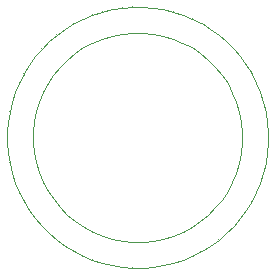
<source format=gko>
G04*
G04 #@! TF.GenerationSoftware,Altium Limited,Altium Designer,19.1.5 (86)*
G04*
G04 Layer_Color=16711935*
%FSAX25Y25*%
%MOIN*%
G70*
G01*
G75*
%ADD14C,0.00394*%
%ADD15C,0.00394*%
D14*
X0190478Y0181266D02*
G03*
X0190471Y0181280I-0000175J-0000089D01*
G01*
X0188692Y0184182D02*
G03*
X0188684Y0184195I-0000168J-0000103D01*
G01*
X0190479Y0181265D02*
G03*
X0190471Y0181280I-0000176J-0000088D01*
G01*
X0186684Y0186948D02*
G03*
X0186674Y0186960I-0000159J-0000116D01*
G01*
X0188692Y0184182D02*
G03*
X0188684Y0184195I-0000168J-0000103D01*
G01*
X0193337Y0175062D02*
G03*
X0193332Y0175076I-0000187J-0000061D01*
G01*
X0193337Y0175061D02*
G03*
X0193337Y0175062I-0000187J-0000060D01*
G01*
X0193337Y0175062D02*
G03*
X0193332Y0175076I-0000187J-0000061D01*
G01*
X0194389Y0171825D02*
G03*
X0194389Y0171826I-0000187J-0000060D01*
G01*
X0194393Y0171810D02*
G03*
X0194389Y0171825I-0000192J-0000046D01*
G01*
X0192030Y0178220D02*
G03*
X0192023Y0178234I-0000182J-0000075D01*
G01*
X0192030Y0178220D02*
G03*
X0192022Y0178236I-0000182J-0000075D01*
G01*
X0184464Y0189548D02*
G03*
X0184453Y0189559I-0000149J-0000128D01*
G01*
X0184464Y0189547D02*
G03*
X0184464Y0189548I-0000150J-0000128D01*
G01*
X0184464Y0189548D02*
G03*
X0184452Y0189560I-0000150J-0000128D01*
G01*
X0186674Y0186959D02*
G03*
X0186674Y0186960I-0000150J-0000128D01*
G01*
X0186684Y0186948D02*
G03*
X0186674Y0186959I-0000159J-0000116D01*
G01*
X0182048Y0191964D02*
G03*
X0182036Y0191976I-0000140J-0000138D01*
G01*
X0195190Y0168486D02*
G03*
X0195187Y0168501I-0000195J-0000031D01*
G01*
X0195725Y0165109D02*
G03*
X0195723Y0165125I-0000196J-0000014D01*
G01*
X0195725Y0165110D02*
G03*
X0195723Y0165125I-0000196J-0000015D01*
G01*
X0194393Y0171810D02*
G03*
X0194389Y0171825I-0000192J-0000046D01*
G01*
X0195190Y0168486D02*
G03*
X0195187Y0168501I-0000195J-0000031D01*
G01*
X0195992Y0161702D02*
G03*
X0195992Y0161717I-0000197J0000000D01*
G01*
X0195992Y0161702D02*
G03*
X0195992Y0161718I-0000197J0000000D01*
G01*
X0187370Y0160000D02*
G03*
X0187370Y0159995I0000197J0000000D01*
G01*
X0187370Y0160000D02*
G03*
X0187370Y0159995I0000197J0000000D01*
G01*
X0167564Y0200844D02*
G03*
X0167550Y0200849I-0000075J-0000182D01*
G01*
X0170724Y0199534D02*
G03*
X0170709Y0199541I-0000091J-0000175D01*
G01*
X0170722Y0199535D02*
G03*
X0170709Y0199541I-0000089J-0000175D01*
G01*
X0164313Y0201901D02*
G03*
X0164298Y0201905I-0000060J-0000187D01*
G01*
X0164314Y0201900D02*
G03*
X0164313Y0201901I-0000061J-0000187D01*
G01*
X0164313Y0201901D02*
G03*
X0164298Y0201905I-0000061J-0000187D01*
G01*
X0167551Y0200849D02*
G03*
X0167549Y0200849I-0000061J-0000187D01*
G01*
X0167564Y0200844D02*
G03*
X0167551Y0200849I-0000075J-0000182D01*
G01*
X0176683Y0196196D02*
G03*
X0176670Y0196204I-0000116J-0000159D01*
G01*
X0176683Y0196196D02*
G03*
X0176670Y0196204I-0000116J-0000159D01*
G01*
X0173768Y0197982D02*
G03*
X0173753Y0197991I-0000103J-0000168D01*
G01*
X0173768Y0197982D02*
G03*
X0173755Y0197990I-0000103J-0000168D01*
G01*
X0157613Y0203235D02*
G03*
X0157598Y0203236I-0000031J-0000195D01*
G01*
X0160989Y0202699D02*
G03*
X0160974Y0202702I-0000046J-0000192D01*
G01*
X0160989Y0202699D02*
G03*
X0160974Y0202702I-0000046J-0000192D01*
G01*
X0154206Y0203503D02*
G03*
X0154190Y0203504I-0000017J-0000196D01*
G01*
X0154205Y0203503D02*
G03*
X0154190Y0203504I-0000015J-0000196D01*
G01*
X0157613Y0203235D02*
G03*
X0157597Y0203237I-0000031J-0000195D01*
G01*
X0179447Y0194186D02*
G03*
X0179436Y0194195I-0000128J-0000150D01*
G01*
X0179448Y0194185D02*
G03*
X0179447Y0194186I-0000128J-0000149D01*
G01*
X0179448Y0194186D02*
G03*
X0179436Y0194195I-0000128J-0000150D01*
G01*
X0182036Y0191975D02*
G03*
X0182035Y0191976I-0000128J-0000149D01*
G01*
X0182047Y0191965D02*
G03*
X0182036Y0191975I-0000139J-0000139D01*
G01*
X0195992Y0158283D02*
G03*
X0195992Y0158299I-0000196J0000015D01*
G01*
X0195992Y0158282D02*
G03*
X0195992Y0158299I-0000196J0000017D01*
G01*
X0195723Y0154875D02*
G03*
X0195725Y0154892I-0000195J0000031D01*
G01*
X0195723Y0154875D02*
G03*
X0195725Y0154890I-0000195J0000031D01*
G01*
X0195187Y0151499D02*
G03*
X0195190Y0151514I-0000192J0000046D01*
G01*
X0195187Y0151499D02*
G03*
X0195190Y0151514I-0000192J0000046D01*
G01*
X0194389Y0148175D02*
G03*
X0194393Y0148190I-0000187J0000061D01*
G01*
X0194389Y0148175D02*
G03*
X0194393Y0148190I-0000187J0000060D01*
G01*
X0194389Y0148174D02*
G03*
X0194389Y0148175I-0000187J0000061D01*
G01*
X0193332Y0144924D02*
G03*
X0193337Y0144938I-0000182J0000075D01*
G01*
X0193337Y0144938D02*
G03*
X0193337Y0144939I-0000187J0000061D01*
G01*
X0193332Y0144924D02*
G03*
X0193337Y0144938I-0000182J0000075D01*
G01*
X0192023Y0141766D02*
G03*
X0192030Y0141780I-0000175J0000089D01*
G01*
X0192022Y0141764D02*
G03*
X0192030Y0141780I-0000175J0000091D01*
G01*
X0190471Y0138720D02*
G03*
X0190479Y0138735I-0000168J0000103D01*
G01*
X0190471Y0138720D02*
G03*
X0190478Y0138733I-0000168J0000103D01*
G01*
X0188684Y0135805D02*
G03*
X0188692Y0135818I-0000159J0000116D01*
G01*
X0188684Y0135805D02*
G03*
X0188692Y0135818I-0000159J0000116D01*
G01*
X0186674Y0133040D02*
G03*
X0186684Y0133052I-0000150J0000128D01*
G01*
X0186674Y0133041D02*
G03*
X0186684Y0133052I-0000150J0000128D01*
G01*
X0186674Y0133040D02*
G03*
X0186674Y0133041I-0000149J0000128D01*
G01*
X0184464Y0130452D02*
G03*
X0184464Y0130453I-0000149J0000128D01*
G01*
X0184453Y0130441D02*
G03*
X0184464Y0130452I-0000139J0000139D01*
G01*
X0184452Y0130440D02*
G03*
X0184464Y0130453I-0000138J0000140D01*
G01*
X0182036Y0128024D02*
G03*
X0182048Y0128036I-0000128J0000150D01*
G01*
X0182036Y0128025D02*
G03*
X0182047Y0128035I-0000128J0000149D01*
G01*
X0182035Y0128024D02*
G03*
X0182036Y0128025I-0000128J0000150D01*
G01*
X0179447Y0125814D02*
G03*
X0179448Y0125814I-0000128J0000150D01*
G01*
X0179436Y0125805D02*
G03*
X0179447Y0125814I-0000116J0000159D01*
G01*
X0179436Y0125805D02*
G03*
X0179448Y0125814I-0000116J0000159D01*
G01*
X0176670Y0123796D02*
G03*
X0176683Y0123804I-0000103J0000168D01*
G01*
X0176670Y0123796D02*
G03*
X0176683Y0123804I-0000103J0000168D01*
G01*
X0173755Y0122010D02*
G03*
X0173768Y0122018I-0000089J0000175D01*
G01*
X0173753Y0122010D02*
G03*
X0173768Y0122018I-0000088J0000176D01*
G01*
X0170709Y0120459D02*
G03*
X0170724Y0120466I-0000075J0000182D01*
G01*
X0170709Y0120459D02*
G03*
X0170722Y0120465I-0000075J0000182D01*
G01*
X0167550Y0119151D02*
G03*
X0167564Y0119156I-0000061J0000187D01*
G01*
X0167551Y0119151D02*
G03*
X0167564Y0119156I-0000061J0000187D01*
G01*
X0167549Y0119151D02*
G03*
X0167551Y0119151I-0000060J0000187D01*
G01*
X0164313Y0118099D02*
G03*
X0164314Y0118100I-0000060J0000187D01*
G01*
X0164298Y0118095D02*
G03*
X0164313Y0118099I-0000046J0000192D01*
G01*
X0164298Y0118095D02*
G03*
X0164313Y0118099I-0000046J0000192D01*
G01*
X0160974Y0117298D02*
G03*
X0160989Y0117301I-0000031J0000195D01*
G01*
X0160974Y0117298D02*
G03*
X0160989Y0117301I-0000031J0000195D01*
G01*
X0157598Y0116764D02*
G03*
X0157613Y0116765I-0000015J0000196D01*
G01*
X0157597Y0116763D02*
G03*
X0157613Y0116765I-0000014J0000196D01*
G01*
X0154190Y0116496D02*
G03*
X0154206Y0116497I0000000J0000197D01*
G01*
X0154190Y0116496D02*
G03*
X0154205Y0116497I0000000J0000197D01*
G01*
X0150787Y0203504D02*
G03*
X0150771Y0203503I0000000J-0000197D01*
G01*
X0150787Y0203504D02*
G03*
X0150770Y0203503I0000000J-0000197D01*
G01*
X0147380Y0203237D02*
G03*
X0147363Y0203235I0000014J-0000196D01*
G01*
X0147379Y0203236D02*
G03*
X0147363Y0203235I0000015J-0000196D01*
G01*
X0144002Y0202702D02*
G03*
X0143987Y0202699I0000031J-0000195D01*
G01*
X0144002Y0202702D02*
G03*
X0143987Y0202699I0000031J-0000195D01*
G01*
X0140678Y0201905D02*
G03*
X0140663Y0201901I0000046J-0000192D01*
G01*
X0140664Y0201901D02*
G03*
X0140662Y0201900I0000060J-0000187D01*
G01*
X0140678Y0201905D02*
G03*
X0140664Y0201901I0000046J-0000192D01*
G01*
X0137426Y0200849D02*
G03*
X0137412Y0200844I0000061J-0000187D01*
G01*
X0137427Y0200849D02*
G03*
X0137426Y0200849I0000060J-0000187D01*
G01*
X0137426Y0200849D02*
G03*
X0137412Y0200844I0000061J-0000187D01*
G01*
X0134268Y0199541D02*
G03*
X0134254Y0199535I0000075J-0000182D01*
G01*
X0134268Y0199541D02*
G03*
X0134253Y0199534I0000075J-0000182D01*
G01*
X0131223Y0197991D02*
G03*
X0131208Y0197982I0000088J-0000176D01*
G01*
X0131222Y0197990D02*
G03*
X0131208Y0197982I0000089J-0000175D01*
G01*
X0128307Y0196204D02*
G03*
X0128294Y0196196I0000103J-0000168D01*
G01*
X0128307Y0196204D02*
G03*
X0128294Y0196196I0000103J-0000168D01*
G01*
X0152252Y0194882D02*
G03*
X0152255Y0194882I0000000J0000197D01*
G01*
X0152252Y0194882D02*
G03*
X0152255Y0194882I0000000J0000197D01*
G01*
X0125541Y0194195D02*
G03*
X0125528Y0194186I0000116J-0000159D01*
G01*
X0125529Y0194186D02*
G03*
X0125528Y0194185I0000128J-0000150D01*
G01*
X0125541Y0194195D02*
G03*
X0125529Y0194186I0000116J-0000159D01*
G01*
X0122940Y0191975D02*
G03*
X0122929Y0191965I0000128J-0000149D01*
G01*
X0122941Y0191976D02*
G03*
X0122940Y0191975I0000128J-0000150D01*
G01*
X0122941Y0191976D02*
G03*
X0122928Y0191964I0000128J-0000150D01*
G01*
X0120524Y0189560D02*
G03*
X0120512Y0189548I0000138J-0000140D01*
G01*
X0120513Y0189548D02*
G03*
X0120512Y0189547I0000149J-0000128D01*
G01*
X0120523Y0189559D02*
G03*
X0120513Y0189548I0000139J-0000139D01*
G01*
X0118302Y0186959D02*
G03*
X0118293Y0186948I0000150J-0000128D01*
G01*
X0118303Y0186960D02*
G03*
X0118302Y0186959I0000149J-0000128D01*
G01*
X0118302Y0186960D02*
G03*
X0118293Y0186948I0000150J-0000128D01*
G01*
X0116293Y0184195D02*
G03*
X0116284Y0184182I0000159J-0000116D01*
G01*
X0116293Y0184195D02*
G03*
X0116284Y0184182I0000159J-0000116D01*
G01*
X0114506Y0181280D02*
G03*
X0114498Y0181266I0000168J-0000103D01*
G01*
X0114506Y0181280D02*
G03*
X0114498Y0181265I0000168J-0000103D01*
G01*
X0112954Y0178236D02*
G03*
X0112947Y0178220I0000175J-0000091D01*
G01*
X0112953Y0178234D02*
G03*
X0112947Y0178220I0000175J-0000089D01*
G01*
X0111644Y0175076D02*
G03*
X0111639Y0175062I0000182J-0000075D01*
G01*
X0111639Y0175062D02*
G03*
X0111639Y0175061I0000187J-0000061D01*
G01*
X0111644Y0175076D02*
G03*
X0111639Y0175062I0000182J-0000075D01*
G01*
X0110587Y0171825D02*
G03*
X0110583Y0171810I0000187J-0000060D01*
G01*
X0110588Y0171826D02*
G03*
X0110587Y0171825I0000187J-0000061D01*
G01*
X0110588Y0171825D02*
G03*
X0110583Y0171810I0000187J-0000061D01*
G01*
X0109789Y0168501D02*
G03*
X0109786Y0168486I0000192J-0000046D01*
G01*
X0109789Y0168501D02*
G03*
X0109786Y0168486I0000192J-0000046D01*
G01*
X0109254Y0165125D02*
G03*
X0109252Y0165110I0000195J-0000031D01*
G01*
X0109254Y0165125D02*
G03*
X0109252Y0165109I0000195J-0000031D01*
G01*
X0108985Y0161718D02*
G03*
X0108984Y0161702I0000196J-0000017D01*
G01*
X0108985Y0161717D02*
G03*
X0108984Y0161702I0000196J-0000015D01*
G01*
X0125529Y0125814D02*
G03*
X0125541Y0125805I0000128J0000150D01*
G01*
X0125528Y0125814D02*
G03*
X0125529Y0125814I0000128J0000149D01*
G01*
X0125528Y0125814D02*
G03*
X0125541Y0125805I0000128J0000150D01*
G01*
X0143987Y0117301D02*
G03*
X0144002Y0117298I0000046J0000192D01*
G01*
X0143987Y0117301D02*
G03*
X0144002Y0117298I0000046J0000192D01*
G01*
X0150770Y0116497D02*
G03*
X0150787Y0116496I0000017J0000196D01*
G01*
X0150771Y0116497D02*
G03*
X0150787Y0116496I0000015J0000196D01*
G01*
X0147363Y0116765D02*
G03*
X0147379Y0116764I0000031J0000195D01*
G01*
X0147363Y0116765D02*
G03*
X0147380Y0116763I0000031J0000195D01*
G01*
X0131208Y0122018D02*
G03*
X0131223Y0122010I0000103J0000168D01*
G01*
X0134253Y0120466D02*
G03*
X0134268Y0120459I0000091J0000175D01*
G01*
X0128294Y0123804D02*
G03*
X0128307Y0123796I0000116J0000159D01*
G01*
X0131208Y0122018D02*
G03*
X0131222Y0122010I0000103J0000168D01*
G01*
X0128294Y0123804D02*
G03*
X0128307Y0123796I0000116J0000159D01*
G01*
X0140664Y0118099D02*
G03*
X0140678Y0118095I0000060J0000187D01*
G01*
X0140662Y0118100D02*
G03*
X0140664Y0118099I0000061J0000187D01*
G01*
X0140663Y0118099D02*
G03*
X0140678Y0118095I0000061J0000187D01*
G01*
X0134254Y0120465D02*
G03*
X0134268Y0120459I0000089J0000175D01*
G01*
X0137426Y0119151D02*
G03*
X0137427Y0119151I0000061J0000187D01*
G01*
X0137412Y0119156D02*
G03*
X0137426Y0119151I0000075J0000182D01*
G01*
X0137412Y0119156D02*
G03*
X0137426Y0119151I0000075J0000182D01*
G01*
X0109252Y0154892D02*
G03*
X0109254Y0154875I0000196J0000014D01*
G01*
X0108984Y0158299D02*
G03*
X0108985Y0158282I0000197J0000000D01*
G01*
X0108984Y0158299D02*
G03*
X0108985Y0158283I0000197J0000000D01*
G01*
X0110583Y0148190D02*
G03*
X0110588Y0148175I0000192J0000046D01*
G01*
X0110587Y0148175D02*
G03*
X0110588Y0148174I0000187J0000060D01*
G01*
X0110583Y0148190D02*
G03*
X0110587Y0148175I0000192J0000046D01*
G01*
X0109252Y0154890D02*
G03*
X0109254Y0154875I0000196J0000015D01*
G01*
X0109786Y0151514D02*
G03*
X0109789Y0151499I0000195J0000031D01*
G01*
X0109786Y0151514D02*
G03*
X0109789Y0151499I0000195J0000031D01*
G01*
X0122928Y0128036D02*
G03*
X0122941Y0128024I0000140J0000138D01*
G01*
X0122940Y0128025D02*
G03*
X0122941Y0128024I0000128J0000149D01*
G01*
X0122929Y0128035D02*
G03*
X0122940Y0128025I0000139J0000139D01*
G01*
X0120513Y0130452D02*
G03*
X0120523Y0130441I0000149J0000128D01*
G01*
X0120512Y0130453D02*
G03*
X0120513Y0130452I0000150J0000128D01*
G01*
X0120512Y0130453D02*
G03*
X0120524Y0130440I0000150J0000128D01*
G01*
X0112947Y0141780D02*
G03*
X0112954Y0141764I0000182J0000075D01*
G01*
X0111639Y0144938D02*
G03*
X0111644Y0144924I0000187J0000061D01*
G01*
X0111639Y0144939D02*
G03*
X0111639Y0144938I0000187J0000060D01*
G01*
X0112947Y0141780D02*
G03*
X0112953Y0141766I0000182J0000075D01*
G01*
X0111639Y0144938D02*
G03*
X0111644Y0144924I0000187J0000061D01*
G01*
X0118302Y0133041D02*
G03*
X0118303Y0133040I0000150J0000128D01*
G01*
X0118293Y0133052D02*
G03*
X0118302Y0133041I0000159J0000116D01*
G01*
X0118293Y0133052D02*
G03*
X0118302Y0133040I0000159J0000116D01*
G01*
X0114498Y0138733D02*
G03*
X0114506Y0138720I0000175J0000089D01*
G01*
X0114498Y0138735D02*
G03*
X0114506Y0138720I0000176J0000088D01*
G01*
X0116284Y0135818D02*
G03*
X0116293Y0135805I0000168J0000103D01*
G01*
X0116284Y0135818D02*
G03*
X0116293Y0135805I0000168J0000103D01*
G01*
X0188692Y0184182D02*
X0190471Y0181280D01*
X0190478Y0181266D02*
X0190479Y0181265D01*
X0192022Y0178236D01*
X0192023Y0178234D01*
X0186684Y0186948D02*
X0188684Y0184195D01*
X0193337Y0175062D02*
X0193337Y0175062D01*
X0193337Y0175061D01*
X0194389Y0171826D01*
X0194389Y0171825D01*
X0194389Y0171825D01*
X0192030Y0178220D02*
X0193332Y0175076D01*
X0184464Y0189548D02*
X0184464Y0189548D01*
X0184464Y0189547D01*
X0186674Y0186960D01*
X0186674Y0186960D01*
X0186674Y0186959D01*
X0182047Y0191965D02*
X0182048Y0191964D01*
X0184452Y0189560D01*
X0184453Y0189559D01*
X0184059Y0174932D02*
X0185371Y0171765D01*
X0180539Y0180804D02*
X0182443Y0177954D01*
X0184059Y0174932D01*
X0195190Y0168486D02*
X0195723Y0165125D01*
X0194393Y0171810D02*
X0195187Y0168501D01*
X0195992Y0160000D02*
Y0161702D01*
Y0158299D02*
Y0160000D01*
X0195725Y0165110D02*
X0195725Y0165109D01*
X0195992Y0161718D01*
X0195992Y0161717D01*
X0186365Y0168486D02*
X0187034Y0165124D01*
X0185371Y0171765D02*
X0186365Y0168486D01*
X0187370Y0160000D02*
X0187370Y0161714D01*
X0187034Y0165124D02*
X0187370Y0161714D01*
X0167564Y0200844D02*
X0170709Y0199541D01*
X0167550Y0200849D02*
X0167551Y0200849D01*
X0167549Y0200849D02*
X0167550Y0200849D01*
X0164314Y0201900D02*
X0167549Y0200849D01*
X0164313Y0201901D02*
X0164314Y0201900D01*
X0164313Y0201901D02*
X0164313Y0201901D01*
X0173768Y0197982D02*
X0176670Y0196204D01*
X0176683Y0196196D02*
X0179436Y0194195D01*
X0173753Y0197991D02*
X0173755Y0197990D01*
X0170724Y0199534D02*
X0173753Y0197991D01*
X0170722Y0199535D02*
X0170724Y0199534D01*
X0157613Y0203235D02*
X0160974Y0202702D01*
X0157597Y0203237D02*
X0157598Y0203236D01*
X0154206Y0203503D02*
X0157597Y0203237D01*
X0154205Y0203503D02*
X0154206Y0203503D01*
X0160989Y0202699D02*
X0164298Y0201905D01*
X0182036Y0191976D02*
X0182036Y0191975D01*
X0182035Y0191976D02*
X0182036Y0191976D01*
X0179448Y0194185D02*
X0182035Y0191976D01*
X0179448Y0194186D02*
X0179448Y0194185D01*
X0179447Y0194186D02*
X0179448Y0194186D01*
X0178365Y0183453D02*
X0180539Y0180804D01*
X0173292Y0188051D02*
X0175942Y0185877D01*
X0178365Y0183453D01*
X0160974Y0193877D02*
X0164254Y0192882D01*
X0154202Y0194882D02*
X0157613Y0194546D01*
X0152488Y0194882D02*
X0154202Y0194882D01*
X0157613Y0194546D02*
X0160974Y0193877D01*
X0170443Y0189955D02*
X0173292Y0188051D01*
X0164254Y0192882D02*
X0167420Y0191571D01*
X0170443Y0189955D01*
X0195992Y0158282D02*
X0195992Y0158283D01*
X0195725Y0154892D02*
X0195992Y0158282D01*
X0195725Y0154890D02*
X0195725Y0154892D01*
X0195190Y0151514D02*
X0195723Y0154875D01*
X0194393Y0148190D02*
X0195187Y0151499D01*
X0194389Y0148175D02*
X0194389Y0148175D01*
X0194389Y0148174D02*
X0194389Y0148175D01*
X0193337Y0144939D02*
X0194389Y0148174D01*
X0193337Y0144938D02*
X0193337Y0144939D01*
X0193337Y0144938D02*
X0193337Y0144938D01*
X0187370Y0159995D02*
Y0160000D01*
Y0159995D02*
X0187370Y0158292D01*
X0187035Y0154893D02*
X0187370Y0158292D01*
X0186369Y0151543D02*
X0187035Y0154893D01*
X0185377Y0148274D02*
X0186369Y0151543D01*
X0184070Y0145118D02*
X0185377Y0148274D01*
X0182460Y0142106D02*
X0184070Y0145118D01*
X0192030Y0141780D02*
X0193332Y0144924D01*
X0192022Y0141764D02*
X0192023Y0141766D01*
X0190479Y0138735D02*
X0192022Y0141764D01*
X0190478Y0138733D02*
X0190479Y0138735D01*
X0188692Y0135818D02*
X0190471Y0138720D01*
X0186684Y0133052D02*
X0188684Y0135805D01*
X0186674Y0133040D02*
X0186674Y0133041D01*
X0186674Y0133040D02*
X0186674Y0133040D01*
X0184464Y0130453D02*
X0186674Y0133040D01*
X0184464Y0130453D02*
X0184464Y0130453D01*
X0184464Y0130452D02*
X0184464Y0130453D01*
X0180562Y0139266D02*
X0182460Y0142106D01*
X0178396Y0136626D02*
X0180562Y0139266D01*
X0184452Y0130440D02*
X0184453Y0130441D01*
X0182048Y0128036D02*
X0184452Y0130440D01*
X0182047Y0128035D02*
X0182048Y0128036D01*
X0182036Y0128024D02*
X0182036Y0128025D01*
X0182035Y0128024D02*
X0182036Y0128024D01*
X0179448Y0125814D02*
X0182035Y0128024D01*
X0179448Y0125814D02*
X0179448Y0125814D01*
X0179447Y0125814D02*
X0179448Y0125814D01*
X0176683Y0123804D02*
X0179436Y0125805D01*
X0175980Y0134211D02*
X0178396Y0136626D01*
X0173340Y0132044D02*
X0175980Y0134211D01*
X0170500Y0130146D02*
X0173340Y0132044D01*
X0167488Y0128536D02*
X0170500Y0130146D01*
X0164332Y0127229D02*
X0167488Y0128536D01*
X0161063Y0126237D02*
X0164332Y0127229D01*
X0157713Y0125571D02*
X0161063Y0126237D01*
X0152606Y0125236D02*
X0152606D01*
X0152606D02*
X0152606D01*
X0152606D02*
X0152606D01*
X0154314Y0125236D02*
X0157713Y0125571D01*
X0152606Y0125236D02*
X0152606D01*
X0152606D02*
X0154314Y0125236D01*
X0152606Y0125236D02*
X0152606D01*
X0173768Y0122018D02*
X0176670Y0123796D01*
X0173753Y0122010D02*
X0173755Y0122010D01*
X0170724Y0120466D02*
X0173753Y0122010D01*
X0170722Y0120465D02*
X0170724Y0120466D01*
X0167564Y0119156D02*
X0170709Y0120459D01*
X0167550Y0119151D02*
X0167551Y0119151D01*
X0167549Y0119151D02*
X0167550Y0119151D01*
X0164314Y0118100D02*
X0167549Y0119151D01*
X0164313Y0118099D02*
X0164314Y0118100D01*
X0164313Y0118099D02*
X0164313Y0118099D01*
X0160989Y0117301D02*
X0164298Y0118095D01*
X0157613Y0116765D02*
X0160974Y0117298D01*
X0157597Y0116763D02*
X0157598Y0116764D01*
X0154206Y0116497D02*
X0157597Y0116763D01*
X0154205Y0116497D02*
X0154206Y0116497D01*
X0150787Y0203504D02*
X0154190D01*
X0150770Y0203503D02*
X0150771Y0203503D01*
X0147380Y0203237D02*
X0150770Y0203503D01*
X0147379Y0203236D02*
X0147380Y0203237D01*
X0144002Y0202702D02*
X0147363Y0203235D01*
X0140678Y0201905D02*
X0143987Y0202699D01*
X0140663Y0201901D02*
X0140664Y0201901D01*
X0140662Y0201900D02*
X0140663Y0201901D01*
X0137427Y0200849D02*
X0140662Y0201900D01*
X0137426Y0200849D02*
X0137427Y0200849D01*
X0137426Y0200849D02*
X0137426Y0200849D01*
X0134268Y0199541D02*
X0137412Y0200844D01*
X0134253Y0199534D02*
X0134254Y0199535D01*
X0131223Y0197991D02*
X0134253Y0199534D01*
X0131222Y0197990D02*
X0131223Y0197991D01*
X0128307Y0196204D02*
X0131208Y0197982D01*
X0125541Y0194195D02*
X0128294Y0196196D01*
X0152255Y0194882D02*
X0152488Y0194882D01*
X0152252Y0194882D02*
X0152255D01*
X0150550Y0194882D02*
X0152252Y0194882D01*
X0147162Y0194548D02*
X0150550Y0194882D01*
X0143824Y0193884D02*
X0147162Y0194548D01*
X0140566Y0192896D02*
X0143824Y0193884D01*
X0137421Y0191593D02*
X0140566Y0192896D01*
X0134419Y0189989D02*
X0137421Y0191593D01*
X0131589Y0188097D02*
X0134419Y0189989D01*
X0128957Y0185938D02*
X0131589Y0188097D01*
X0126550Y0183531D02*
X0128957Y0185938D01*
X0125528Y0194186D02*
X0125529Y0194186D01*
X0125528Y0194185D02*
X0125528Y0194186D01*
X0122941Y0191976D02*
X0125528Y0194185D01*
X0122941Y0191976D02*
X0122941Y0191976D01*
X0122940Y0191975D02*
X0122941Y0191976D01*
X0122928Y0191964D02*
X0122929Y0191965D01*
X0120524Y0189560D02*
X0122928Y0191964D01*
X0120523Y0189559D02*
X0120524Y0189560D01*
X0124391Y0180900D02*
X0126550Y0183531D01*
X0122500Y0178069D02*
X0124391Y0180900D01*
X0120895Y0175067D02*
X0122500Y0178069D01*
X0120512Y0189548D02*
X0120513Y0189548D01*
X0120512Y0189547D02*
X0120512Y0189548D01*
X0118303Y0186960D02*
X0120512Y0189547D01*
X0118302Y0186960D02*
X0118303Y0186960D01*
X0118302Y0186959D02*
X0118302Y0186960D01*
X0116293Y0184195D02*
X0118293Y0186948D01*
X0114506Y0181280D02*
X0116284Y0184182D01*
X0114498Y0181265D02*
X0114498Y0181266D01*
X0112954Y0178236D02*
X0114498Y0181265D01*
X0112953Y0178234D02*
X0112954Y0178236D01*
X0111644Y0175076D02*
X0112947Y0178220D01*
X0119592Y0171922D02*
X0120895Y0175067D01*
X0118604Y0168665D02*
X0119592Y0171922D01*
X0117940Y0165326D02*
X0118604Y0168665D01*
X0117606Y0161938D02*
X0117940Y0165326D01*
X0117606Y0160236D02*
Y0161938D01*
Y0160236D02*
Y0160236D01*
X0111639Y0175062D02*
X0111639Y0175062D01*
X0111639Y0175061D02*
X0111639Y0175062D01*
X0110588Y0171826D02*
X0111639Y0175061D01*
X0110588Y0171825D02*
X0110588Y0171826D01*
X0110587Y0171825D02*
X0110588Y0171825D01*
X0109789Y0168501D02*
X0110583Y0171810D01*
X0109254Y0165125D02*
X0109786Y0168486D01*
X0109252Y0165109D02*
X0109252Y0165110D01*
X0108985Y0161718D02*
X0109252Y0165109D01*
X0108985Y0161717D02*
X0108985Y0161718D01*
X0137624Y0128559D02*
X0140801Y0127243D01*
X0144092Y0126244D01*
X0134591Y0130180D02*
X0137624Y0128559D01*
X0147465Y0125573D02*
X0150887Y0125236D01*
X0144092Y0126244D02*
X0147465Y0125573D01*
X0129073Y0134272D02*
X0131732Y0132090D01*
X0126642Y0136703D02*
X0129073Y0134272D01*
X0124460Y0139362D02*
X0126642Y0136703D01*
X0131732Y0132090D02*
X0134591Y0130180D01*
X0125541Y0125805D02*
X0128294Y0123804D01*
X0152606Y0125236D02*
X0152606D01*
X0150887Y0125236D02*
X0152606Y0125236D01*
X0150787Y0116496D02*
X0154190D01*
X0144002Y0117298D02*
X0147363Y0116765D01*
X0150770Y0116497D02*
X0150771Y0116497D01*
X0147380Y0116763D02*
X0150770Y0116497D01*
X0147379Y0116764D02*
X0147380Y0116763D01*
X0134253Y0120466D02*
X0134254Y0120465D01*
X0131223Y0122010D02*
X0134253Y0120466D01*
X0131222Y0122010D02*
X0131223Y0122010D01*
X0128307Y0123796D02*
X0131208Y0122018D01*
X0140663Y0118099D02*
X0140664Y0118099D01*
X0140662Y0118100D02*
X0140663Y0118099D01*
X0137427Y0119151D02*
X0140662Y0118100D01*
X0137426Y0119151D02*
X0137427Y0119151D01*
X0137426Y0119151D02*
X0137426Y0119151D01*
X0140678Y0118095D02*
X0143987Y0117301D01*
X0134268Y0120459D02*
X0137412Y0119156D01*
X0117606Y0158517D02*
X0117606Y0160236D01*
X0117606Y0158517D02*
X0117943Y0155094D01*
X0117606Y0160236D02*
Y0160236D01*
X0119613Y0148431D02*
X0120929Y0145254D01*
X0118614Y0151722D02*
X0119613Y0148431D01*
X0117943Y0155094D02*
X0118614Y0151722D01*
X0108984Y0158299D02*
Y0160000D01*
Y0161702D01*
X0108985Y0158283D02*
X0108985Y0158282D01*
X0109252Y0154892D01*
X0109252Y0154890D01*
X0109789Y0151499D02*
X0110583Y0148190D01*
X0109254Y0154875D02*
X0109786Y0151514D01*
X0122550Y0142221D02*
X0124460Y0139362D01*
X0120929Y0145254D02*
X0122550Y0142221D01*
X0125528Y0125814D02*
X0125529Y0125814D01*
X0125528Y0125814D02*
X0125528Y0125814D01*
X0122941Y0128024D02*
X0125528Y0125814D01*
X0122941Y0128024D02*
X0122941Y0128024D01*
X0122940Y0128025D02*
X0122941Y0128024D01*
X0120523Y0130441D02*
X0120524Y0130440D01*
X0122928Y0128036D01*
X0122929Y0128035D01*
X0112953Y0141766D02*
X0112954Y0141764D01*
X0114498Y0138735D01*
X0114498Y0138733D01*
X0110587Y0148175D02*
X0110588Y0148175D01*
X0110588Y0148174D01*
X0111639Y0144939D01*
X0111639Y0144938D01*
X0111639Y0144938D01*
X0111644Y0144924D02*
X0112947Y0141780D01*
X0116293Y0135805D02*
X0118293Y0133052D01*
X0118302Y0133041D02*
X0118302Y0133040D01*
X0118303Y0133040D01*
X0120512Y0130453D01*
X0120512Y0130453D01*
X0120513Y0130452D01*
X0114506Y0138720D02*
X0116284Y0135818D01*
D15*
X0152606Y0125236D02*
D03*
D03*
X0152488Y0194882D02*
D03*
D03*
X0117606Y0160236D02*
D03*
Y0160236D02*
D03*
X0152606Y0125236D02*
D03*
D03*
X0117606Y0160236D02*
D03*
Y0160236D02*
D03*
M02*

</source>
